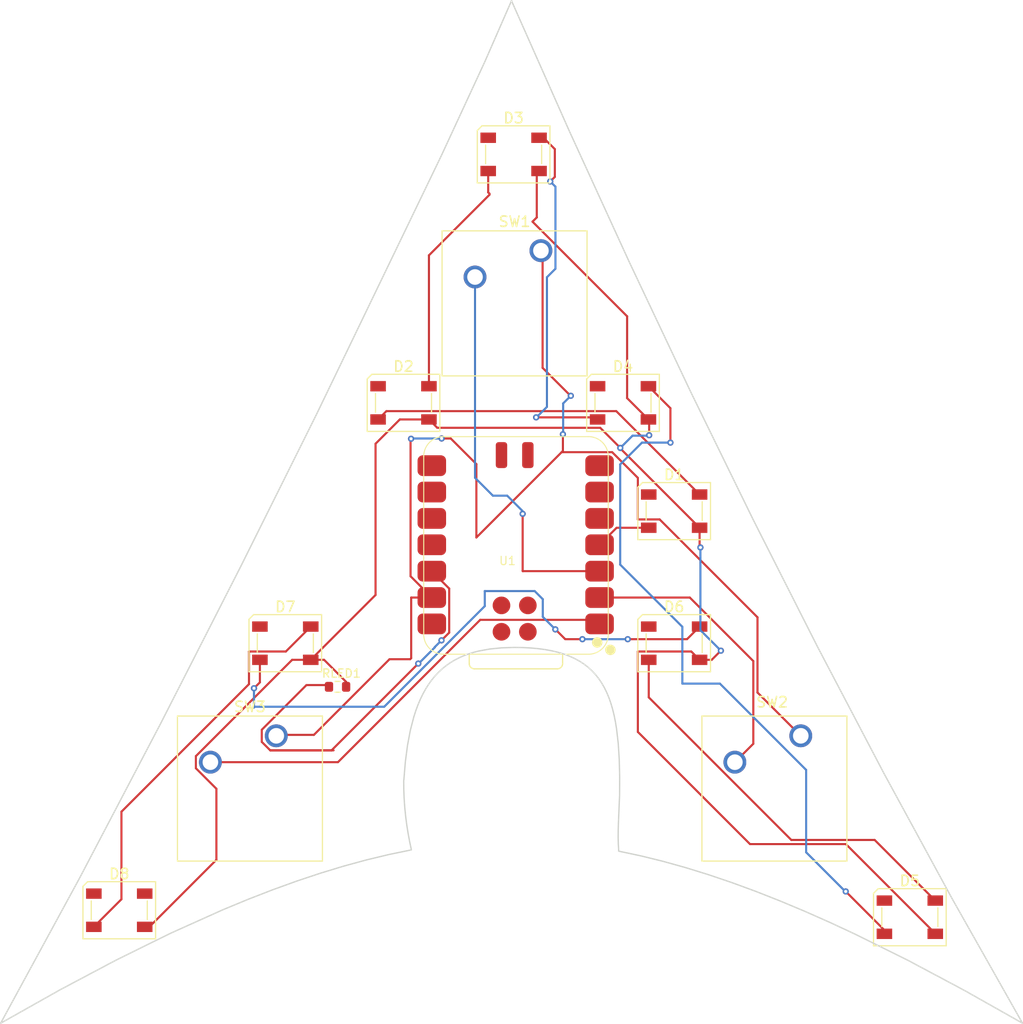
<source format=kicad_pcb>
(kicad_pcb (version 20241229) (generator "pcbnew") (generator_version "9.0")
  (title_block (title "btwArch") (date "2025-06-25") (company "Leon Huber") (comment 1 "PCB "))
  (layers (0 "F.Cu" signal) (2 "B.Cu" signal) (13 "F.Paste" user) (15 "B.Paste" user) (5 "F.SilkS" user "F.Silkscreen") (7 "B.SilkS" user "B.Silkscreen") (1 "F.Mask" user) (3 "B.Mask" user) (25 "Edge.Cuts" user))
  (net 0 "")
  (net 1 "Net-(D1-DOUT)")
  (net 2 "Net-(D1-VDD)")
  (net 4 "Net-(D1-DIN)")
  (net 6 "Net-(D2-DOUT)")
  (net 7 "Net-(D3-DOUT)")
  (net 10 "Net-(D4-DOUT)")
  (net 11 "Net-(D5-DOUT)")
  (net 14 "Net-(D6-DOUT)")
  (net 16 "Net-(D7-DOUT)")
  (net 17 "Net-(D8-DOUT)")
  (net 19 "Net-(DS1-D1)")
  (net 20 "GND")
  (net 21 "Net-(DS1-D0)")
  (net 22 "Net-(DS1-~{RES})")
  (net 23 "Net-(U1-GPIO28_A2_D2)")
  (net 24 "Net-(U1-GPIO27_A1_D1)")
  (net 25 "Net-(U1-GPIO26_A0_D0)")
  (net 26 "+5V")
  (net 37 "Net-(DS1-VCC)")
  (footprint "LED_SMD:LED_SK6812_PLCC4_5.0x5.0mm_P3.2mm" (layer "F.Cu") (at 105.08 132.76)
    (property "Reference" "D8" (at 0 -3.5 0) (layer "F.SilkS"))
    (property "Value" "SK6812")
    (fp_line (start -3.5 -2.3) (end -3.5 2.75) (stroke (width 0.12)) (layer "F.SilkS"))
    (fp_line (start -3.05 -2.75) (end -3.5 -2.3) (stroke (width 0.12)) (layer "F.SilkS"))
    (fp_line (start -2.7 -0.9) (end -2.7 0.9) (stroke (width 0.12)) (layer "F.SilkS"))
    (fp_line (start 2.7 -0.9) (end 2.7 0.9) (stroke (width 0.12)) (layer "F.SilkS"))
    (fp_line (start 3.5 -2.75) (end -3.05 -2.75) (stroke (width 0.12)) (layer "F.SilkS"))
    (fp_line (start 3.5 2.75) (end -3.5 2.75) (stroke (width 0.12)) (layer "F.SilkS"))
    (fp_line (start 3.5 2.75) (end 3.5 -2.75) (stroke (width 0.12)) (layer "F.SilkS"))
    (pad "1" smd rect (at -2.45 -1.6 180) (size 1.5 1) (layers "F.Cu" "F.Mask" "F.Paste"))
    (pad "2" smd rect (at -2.45 1.6 180) (size 1.5 1) (layers "F.Cu" "F.Mask" "F.Paste") (net 16 "Net-(D7-DOUT)"))
    (pad "3" smd rect (at 2.45 1.6 180) (size 1.5 1) (layers "F.Cu" "F.Mask" "F.Paste") (net 2 "Net-(D1-VDD)"))
    (pad "4" smd rect (at 2.45 -1.6 180) (size 1.5 1) (layers "F.Cu" "F.Mask" "F.Paste") (net 17 "Net-(D8-DOUT)"))
  )
  (footprint "Button_Switch_Keyboard:SW_Cherry_MX_1.00u_PCB" (layer "F.Cu") (at 170.75 115.96)
    (property "Reference" "SW2" (at -2.76 -3.24 0) (layer "F.SilkS"))
    (property "Value" "SW_Push")
    (fp_line (start -9.525 -1.905) (end 4.445 -1.905) (stroke (width 0.12)) (layer "F.SilkS"))
    (fp_line (start -9.525 12.065) (end -9.525 -1.905) (stroke (width 0.12)) (layer "F.SilkS"))
    (fp_line (start 4.445 -1.905) (end 4.445 12.065) (stroke (width 0.12)) (layer "F.SilkS"))
    (fp_line (start 4.445 12.065) (end -9.525 12.065) (stroke (width 0.12)) (layer "F.SilkS"))
    (pad "" np_thru_hole circle (at -7.62 5.08) (size 1.7 1.7) (drill 1.7) (layers "*.Cu" "*.Mask"))
    (pad "" np_thru_hole circle (at -2.54 5.08) (size 4 4) (drill 4) (layers "*.Cu" "*.Mask"))
    (pad "" np_thru_hole circle (at 2.54 5.08) (size 1.7 1.7) (drill 1.7) (layers "*.Cu" "*.Mask"))
    (pad "1" thru_hole circle (at 0 0) (size 2.2 2.2) (drill 1.5) (layers "*.Cu" "*.Mask") (net 20 "GND"))
    (pad "2" thru_hole circle (at -6.35 2.54) (size 2.2 2.2) (drill 1.5) (layers "*.Cu" "*.Mask") (net 24 "Net-(U1-GPIO27_A1_D1)"))
  )
  (footprint "LED_SMD:LED_SK6812_PLCC4_5.0x5.0mm_P3.2mm" (layer "F.Cu") (at 143.08 59.96)
    (property "Reference" "D3" (at 0 -3.5 0) (layer "F.SilkS"))
    (property "Value" "SK6812")
    (fp_line (start -3.5 -2.3) (end -3.5 2.75) (stroke (width 0.12)) (layer "F.SilkS"))
    (fp_line (start -3.05 -2.75) (end -3.5 -2.3) (stroke (width 0.12)) (layer "F.SilkS"))
    (fp_line (start -2.7 -0.9) (end -2.7 0.9) (stroke (width 0.12)) (layer "F.SilkS"))
    (fp_line (start 2.7 -0.9) (end 2.7 0.9) (stroke (width 0.12)) (layer "F.SilkS"))
    (fp_line (start 3.5 -2.75) (end -3.05 -2.75) (stroke (width 0.12)) (layer "F.SilkS"))
    (fp_line (start 3.5 2.75) (end -3.5 2.75) (stroke (width 0.12)) (layer "F.SilkS"))
    (fp_line (start 3.5 2.75) (end 3.5 -2.75) (stroke (width 0.12)) (layer "F.SilkS"))
    (pad "1" smd rect (at -2.45 -1.6 180) (size 1.5 1) (layers "F.Cu" "F.Mask" "F.Paste"))
    (pad "2" smd rect (at -2.45 1.6 180) (size 1.5 1) (layers "F.Cu" "F.Mask" "F.Paste") (net 6 "Net-(D2-DOUT)"))
    (pad "3" smd rect (at 2.45 1.6 180) (size 1.5 1) (layers "F.Cu" "F.Mask" "F.Paste") (net 2 "Net-(D1-VDD)"))
    (pad "4" smd rect (at 2.45 -1.6 180) (size 1.5 1) (layers "F.Cu" "F.Mask" "F.Paste") (net 7 "Net-(D3-DOUT)"))
  )
  (footprint "Resistor_SMD:R_0603_1608Metric" (layer "F.Cu") (at 126.115 111.24)
    (property "Reference" "RLED1" (at 0.365 -1.29 0) (layer "F.SilkS") (effects (font (size 0.8 0.8) (thickness 0.125))))
    (property "Value" "62")
    (fp_line (start -0.237258 -0.5225) (end 0.237258 -0.5225) (stroke (width 0.12)) (layer "F.SilkS"))
    (fp_line (start -0.237258 0.5225) (end 0.237258 0.5225) (stroke (width 0.12)) (layer "F.SilkS"))
    (pad "1" smd roundrect (at -0.825 0) (size 0.8 0.95) (layers "F.Cu" "F.Mask" "F.Paste") (net 37 "Net-(DS1-VCC)"))
    (pad "2" smd roundrect (at 0.825 0) (size 0.8 0.95) (layers "F.Cu" "F.Mask" "F.Paste") (net 2 "Net-(D1-VDD)"))
  )
  (footprint "LED_SMD:LED_SK6812_PLCC4_5.0x5.0mm_P3.2mm" (layer "F.Cu") (at 121.08 107.04)
    (property "Reference" "D7" (at 0 -3.5 0) (layer "F.SilkS"))
    (property "Value" "SK6812")
    (fp_line (start -3.5 -2.3) (end -3.5 2.75) (stroke (width 0.12)) (layer "F.SilkS"))
    (fp_line (start -3.05 -2.75) (end -3.5 -2.3) (stroke (width 0.12)) (layer "F.SilkS"))
    (fp_line (start -2.7 -0.9) (end -2.7 0.9) (stroke (width 0.12)) (layer "F.SilkS"))
    (fp_line (start 2.7 -0.9) (end 2.7 0.9) (stroke (width 0.12)) (layer "F.SilkS"))
    (fp_line (start 3.5 -2.75) (end -3.05 -2.75) (stroke (width 0.12)) (layer "F.SilkS"))
    (fp_line (start 3.5 2.75) (end -3.5 2.75) (stroke (width 0.12)) (layer "F.SilkS"))
    (fp_line (start 3.5 2.75) (end 3.5 -2.75) (stroke (width 0.12)) (layer "F.SilkS"))
    (pad "1" smd rect (at -2.45 -1.6 180) (size 1.5 1) (layers "F.Cu" "F.Mask" "F.Paste"))
    (pad "2" smd rect (at -2.45 1.6 180) (size 1.5 1) (layers "F.Cu" "F.Mask" "F.Paste") (net 14 "Net-(D6-DOUT)"))
    (pad "3" smd rect (at 2.45 1.6 180) (size 1.5 1) (layers "F.Cu" "F.Mask" "F.Paste") (net 2 "Net-(D1-VDD)"))
    (pad "4" smd rect (at 2.45 -1.6 180) (size 1.5 1) (layers "F.Cu" "F.Mask" "F.Paste") (net 16 "Net-(D7-DOUT)"))
  )
  (footprint "LED_SMD:LED_SK6812_PLCC4_5.0x5.0mm_P3.2mm" (layer "F.Cu") (at 153.62 83.89)
    (property "Reference" "D4" (at 0 -3.5 0) (layer "F.SilkS"))
    (property "Value" "SK6812")
    (fp_line (start -3.5 -2.3) (end -3.5 2.75) (stroke (width 0.12)) (layer "F.SilkS"))
    (fp_line (start -3.05 -2.75) (end -3.5 -2.3) (stroke (width 0.12)) (layer "F.SilkS"))
    (fp_line (start -2.7 -0.9) (end -2.7 0.9) (stroke (width 0.12)) (layer "F.SilkS"))
    (fp_line (start 2.7 -0.9) (end 2.7 0.9) (stroke (width 0.12)) (layer "F.SilkS"))
    (fp_line (start 3.5 -2.75) (end -3.05 -2.75) (stroke (width 0.12)) (layer "F.SilkS"))
    (fp_line (start 3.5 2.75) (end -3.5 2.75) (stroke (width 0.12)) (layer "F.SilkS"))
    (fp_line (start 3.5 2.75) (end 3.5 -2.75) (stroke (width 0.12)) (layer "F.SilkS"))
    (pad "1" smd rect (at -2.45 -1.6 180) (size 1.5 1) (layers "F.Cu" "F.Mask" "F.Paste"))
    (pad "2" smd rect (at -2.45 1.6 180) (size 1.5 1) (layers "F.Cu" "F.Mask" "F.Paste") (net 7 "Net-(D3-DOUT)"))
    (pad "3" smd rect (at 2.45 1.6 180) (size 1.5 1) (layers "F.Cu" "F.Mask" "F.Paste") (net 2 "Net-(D1-VDD)"))
    (pad "4" smd rect (at 2.45 -1.6 180) (size 1.5 1) (layers "F.Cu" "F.Mask" "F.Paste") (net 10 "Net-(D4-DOUT)"))
  )
  (footprint "LED_SMD:LED_SK6812_PLCC4_5.0x5.0mm_P3.2mm" (layer "F.Cu") (at 158.55 94.32)
    (property "Reference" "D1" (at 0 -3.5 0) (layer "F.SilkS"))
    (property "Value" "SK6812")
    (fp_line (start -3.5 -2.3) (end -3.5 2.75) (stroke (width 0.12)) (layer "F.SilkS"))
    (fp_line (start -3.05 -2.75) (end -3.5 -2.3) (stroke (width 0.12)) (layer "F.SilkS"))
    (fp_line (start -2.7 -0.9) (end -2.7 0.9) (stroke (width 0.12)) (layer "F.SilkS"))
    (fp_line (start 2.7 -0.9) (end 2.7 0.9) (stroke (width 0.12)) (layer "F.SilkS"))
    (fp_line (start 3.5 -2.75) (end -3.05 -2.75) (stroke (width 0.12)) (layer "F.SilkS"))
    (fp_line (start 3.5 2.75) (end -3.5 2.75) (stroke (width 0.12)) (layer "F.SilkS"))
    (fp_line (start 3.5 2.75) (end 3.5 -2.75) (stroke (width 0.12)) (layer "F.SilkS"))
    (pad "1" smd rect (at -2.45 -1.6 180) (size 1.5 1) (layers "F.Cu" "F.Mask" "F.Paste"))
    (pad "2" smd rect (at -2.45 1.6 180) (size 1.5 1) (layers "F.Cu" "F.Mask" "F.Paste") (net 4 "Net-(D1-DIN)"))
    (pad "3" smd rect (at 2.45 1.6 180) (size 1.5 1) (layers "F.Cu" "F.Mask" "F.Paste") (net 2 "Net-(D1-VDD)"))
    (pad "4" smd rect (at 2.45 -1.6 180) (size 1.5 1) (layers "F.Cu" "F.Mask" "F.Paste") (net 1 "Net-(D1-DOUT)"))
  )
  (footprint "Button_Switch_Keyboard:SW_Cherry_MX_1.00u_PCB" (layer "F.Cu") (at 120.21 115.96)
    (property "Reference" "SW3" (at -2.54 -2.794 0) (layer "F.SilkS"))
    (property "Value" "SW_Push")
    (fp_line (start -9.525 -1.905) (end 4.445 -1.905) (stroke (width 0.12)) (layer "F.SilkS"))
    (fp_line (start -9.525 12.065) (end -9.525 -1.905) (stroke (width 0.12)) (layer "F.SilkS"))
    (fp_line (start 4.445 -1.905) (end 4.445 12.065) (stroke (width 0.12)) (layer "F.SilkS"))
    (fp_line (start 4.445 12.065) (end -9.525 12.065) (stroke (width 0.12)) (layer "F.SilkS"))
    (pad "" np_thru_hole circle (at -7.62 5.08) (size 1.7 1.7) (drill 1.7) (layers "*.Cu" "*.Mask"))
    (pad "" np_thru_hole circle (at -2.54 5.08) (size 4 4) (drill 4) (layers "*.Cu" "*.Mask"))
    (pad "" np_thru_hole circle (at 2.54 5.08) (size 1.7 1.7) (drill 1.7) (layers "*.Cu" "*.Mask"))
    (pad "1" thru_hole circle (at 0 0) (size 2.2 2.2) (drill 1.5) (layers "*.Cu" "*.Mask") (net 20 "GND"))
    (pad "2" thru_hole circle (at -6.35 2.54) (size 2.2 2.2) (drill 1.5) (layers "*.Cu" "*.Mask") (net 25 "Net-(U1-GPIO26_A0_D0)"))
  )
  (footprint "Button_Switch_Keyboard:SW_Cherry_MX_1.00u_PCB" (layer "F.Cu") (at 145.71 69.23)
    (property "Reference" "SW1" (at -2.54 -2.794 0) (layer "F.SilkS"))
    (property "Value" "SW_Push")
    (fp_line (start -9.525 -1.905) (end 4.445 -1.905) (stroke (width 0.12)) (layer "F.SilkS"))
    (fp_line (start -9.525 12.065) (end -9.525 -1.905) (stroke (width 0.12)) (layer "F.SilkS"))
    (fp_line (start 4.445 -1.905) (end 4.445 12.065) (stroke (width 0.12)) (layer "F.SilkS"))
    (fp_line (start 4.445 12.065) (end -9.525 12.065) (stroke (width 0.12)) (layer "F.SilkS"))
    (pad "" np_thru_hole circle (at -7.62 5.08) (size 1.7 1.7) (drill 1.7) (layers "*.Cu" "*.Mask"))
    (pad "" np_thru_hole circle (at -2.54 5.08) (size 4 4) (drill 4) (layers "*.Cu" "*.Mask"))
    (pad "" np_thru_hole circle (at 2.54 5.08) (size 1.7 1.7) (drill 1.7) (layers "*.Cu" "*.Mask"))
    (pad "1" thru_hole circle (at 0 0) (size 2.2 2.2) (drill 1.5) (layers "*.Cu" "*.Mask") (net 20 "GND"))
    (pad "2" thru_hole circle (at -6.35 2.54) (size 2.2 2.2) (drill 1.5) (layers "*.Cu" "*.Mask") (net 23 "Net-(U1-GPIO28_A2_D2)"))
  )
  (footprint "OPL:XIAO-RP2040-SMD" (layer "F.Cu") (at 143.362 97.562 180)
    (property "Reference" "U1" (at 0.002 -1.078 0) (layer "F.SilkS") (effects (font (size 0.8 0.8) (thickness 0.10668)) (justify right top)))
    (property "Value" "XIAO-RP2040-SMD")
    (fp_line (start 8.945 8.513) (end 8.945 -8.632) (stroke (width 0.1)) (layer "F.SilkS"))
    (fp_line (start 7.04 -10.537) (end -6.93 -10.537) (stroke (width 0.1)) (layer "F.SilkS"))
    (fp_line (start 4.559 -11.447) (end 4.559 -10.537) (stroke (width 0.127)) (layer "F.SilkS"))
    (fp_line (start -3.936272 -11.947) (end 4.059 -11.947) (stroke (width 0.127)) (layer "F.SilkS"))
    (fp_line (start -4.44 -10.537) (end -4.436272 -11.447272) (stroke (width 0.127)) (layer "F.SilkS"))
    (fp_line (start -6.93 10.418) (end 7.04 10.418) (stroke (width 0.1)) (layer "F.SilkS"))
    (fp_line (start -8.835 8.513) (end -8.835 -8.632) (stroke (width 0.1)) (layer "F.SilkS"))
    (fp_arc (start 8.945 8.513) (mid 8.387038 9.860038) (end 7.04 10.418) (stroke (width 0.1)) (layer "F.SilkS"))
    (fp_arc (start 7.04 -10.537) (mid 8.387038 -9.979038) (end 8.945 -8.632) (stroke (width 0.1)) (layer "F.SilkS"))
    (fp_arc (start 4.059 -11.947) (mid 4.412553 -11.800553) (end 4.559 -11.447) (stroke (width 0.127)) (layer "F.SilkS"))
    (fp_arc (start -4.436272 -11.447272) (mid -4.289724 -11.800644) (end -3.936272 -11.947) (stroke (width 0.127)) (layer "F.SilkS"))
    (fp_arc (start -6.93 10.418) (mid -8.277038 9.860038) (end -8.835 8.513) (stroke (width 0.1)) (layer "F.SilkS"))
    (fp_arc (start -8.835 -8.636) (mid -8.277038 -9.983038) (end -6.93 -10.541) (stroke (width 0.1)) (layer "F.SilkS"))
    (fp_circle (center -7.771 -9.404) (end -7.771 -9.658) (stroke (width 0.5)) (fill yes) (layer "F.SilkS"))
    (fp_circle (center -9.045 -10.121) (end -9.045 -10.375) (stroke (width 0.5)) (fill yes) (layer "F.SilkS"))
    (pad "1" smd roundrect (at -8 -7.62 180) (size 2.75 2) (layers "F.Cu" "F.Mask" "F.Paste") (net 25 "Net-(U1-GPIO26_A0_D0)"))
    (pad "2" smd roundrect (at -8 -5.08 180) (size 2.75 2) (layers "F.Cu" "F.Mask" "F.Paste") (net 24 "Net-(U1-GPIO27_A1_D1)"))
    (pad "3" smd roundrect (at -8 -2.54 180) (size 2.75 2) (layers "F.Cu" "F.Mask" "F.Paste") (net 23 "Net-(U1-GPIO28_A2_D2)"))
    (pad "4" smd roundrect (at -8 0 180) (size 2.75 2) (layers "F.Cu" "F.Mask" "F.Paste") (net 4 "Net-(D1-DIN)"))
    (pad "5" smd roundrect (at -8 2.54 180) (size 2.75 2) (layers "F.Cu" "F.Mask" "F.Paste") (net 19 "Net-(DS1-D1)"))
    (pad "6" smd roundrect (at -8 5.08 180) (size 2.75 2) (layers "F.Cu" "F.Mask" "F.Paste") (net 21 "Net-(DS1-D0)"))
    (pad "7" smd roundrect (at -8 7.62 180) (size 2.75 2) (layers "F.Cu" "F.Mask" "F.Paste"))
    (pad "8" smd roundrect (at 8.165 7.62 180) (size 2.75 2) (layers "F.Cu" "F.Mask" "F.Paste") (net 22 "Net-(DS1-~{RES})"))
    (pad "9" smd roundrect (at 8.165 5.08 180) (size 2.75 2) (layers "F.Cu" "F.Mask" "F.Paste"))
    (pad "10" smd roundrect (at 8.165 2.54 180) (size 2.75 2) (layers "F.Cu" "F.Mask" "F.Paste"))
    (pad "11" smd roundrect (at 8.165 0 180) (size 2.75 2) (layers "F.Cu" "F.Mask" "F.Paste"))
    (pad "12" smd roundrect (at 8.165 -2.54 180) (size 2.75 2) (layers "F.Cu" "F.Mask" "F.Paste") (net 37 "Net-(DS1-VCC)"))
    (pad "13" smd roundrect (at 8.165 -5.08 180) (size 2.75 2) (layers "F.Cu" "F.Mask" "F.Paste") (net 20 "GND"))
    (pad "14" smd roundrect (at 8.165 -7.62 180) (size 2.75 2) (layers "F.Cu" "F.Mask" "F.Paste") (net 26 "+5V"))
    (pad "15" smd roundrect (at -1.088 8.64 90) (size 2.5 1.1) (layers "F.Cu" "F.Mask" "F.Paste"))
    (pad "16" smd roundrect (at 1.452 8.64 90) (size 2.5 1.1) (layers "F.Cu" "F.Mask" "F.Paste"))
    (pad "17" smd circle (at -1.088 -8.378 180) (size 1.7 1.7) (layers "F.Cu" "F.Mask" "F.Paste"))
    (pad "18" smd circle (at 1.452 -8.378 180) (size 1.7 1.7) (layers "F.Cu" "F.Mask" "F.Paste"))
    (pad "19" smd circle (at -1.088 -5.838 180) (size 1.7 1.7) (layers "F.Cu" "F.Mask" "F.Paste"))
    (pad "20" smd circle (at 1.452 -5.838 180) (size 1.7 1.7) (layers "F.Cu" "F.Mask" "F.Paste"))
  )
  (footprint "LED_SMD:LED_SK6812_PLCC4_5.0x5.0mm_P3.2mm" (layer "F.Cu") (at 181.26 133.43)
    (property "Reference" "D5" (at 0 -3.5 0) (layer "F.SilkS"))
    (property "Value" "SK6812")
    (fp_line (start -3.5 -2.3) (end -3.5 2.75) (stroke (width 0.12)) (layer "F.SilkS"))
    (fp_line (start -3.05 -2.75) (end -3.5 -2.3) (stroke (width 0.12)) (layer "F.SilkS"))
    (fp_line (start -2.7 -0.9) (end -2.7 0.9) (stroke (width 0.12)) (layer "F.SilkS"))
    (fp_line (start 2.7 -0.9) (end 2.7 0.9) (stroke (width 0.12)) (layer "F.SilkS"))
    (fp_line (start 3.5 -2.75) (end -3.05 -2.75) (stroke (width 0.12)) (layer "F.SilkS"))
    (fp_line (start 3.5 2.75) (end -3.5 2.75) (stroke (width 0.12)) (layer "F.SilkS"))
    (fp_line (start 3.5 2.75) (end 3.5 -2.75) (stroke (width 0.12)) (layer "F.SilkS"))
    (pad "1" smd rect (at -2.45 -1.6 180) (size 1.5 1) (layers "F.Cu" "F.Mask" "F.Paste"))
    (pad "2" smd rect (at -2.45 1.6 180) (size 1.5 1) (layers "F.Cu" "F.Mask" "F.Paste") (net 10 "Net-(D4-DOUT)"))
    (pad "3" smd rect (at 2.45 1.6 180) (size 1.5 1) (layers "F.Cu" "F.Mask" "F.Paste") (net 2 "Net-(D1-VDD)"))
    (pad "4" smd rect (at 2.45 -1.6 180) (size 1.5 1) (layers "F.Cu" "F.Mask" "F.Paste") (net 11 "Net-(D5-DOUT)"))
  )
  (footprint "LED_SMD:LED_SK6812_PLCC4_5.0x5.0mm_P3.2mm" (layer "F.Cu") (at 132.47 83.89)
    (property "Reference" "D2" (at 0 -3.5 0) (layer "F.SilkS"))
    (property "Value" "SK6812")
    (fp_line (start -3.5 -2.3) (end -3.5 2.75) (stroke (width 0.12)) (layer "F.SilkS"))
    (fp_line (start -3.05 -2.75) (end -3.5 -2.3) (stroke (width 0.12)) (layer "F.SilkS"))
    (fp_line (start -2.7 -0.9) (end -2.7 0.9) (stroke (width 0.12)) (layer "F.SilkS"))
    (fp_line (start 2.7 -0.9) (end 2.7 0.9) (stroke (width 0.12)) (layer "F.SilkS"))
    (fp_line (start 3.5 -2.75) (end -3.05 -2.75) (stroke (width 0.12)) (layer "F.SilkS"))
    (fp_line (start 3.5 2.75) (end -3.5 2.75) (stroke (width 0.12)) (layer "F.SilkS"))
    (fp_line (start 3.5 2.75) (end 3.5 -2.75) (stroke (width 0.12)) (layer "F.SilkS"))
    (pad "1" smd rect (at -2.45 -1.6 180) (size 1.5 1) (layers "F.Cu" "F.Mask" "F.Paste"))
    (pad "2" smd rect (at -2.45 1.6 180) (size 1.5 1) (layers "F.Cu" "F.Mask" "F.Paste") (net 1 "Net-(D1-DOUT)"))
    (pad "3" smd rect (at 2.45 1.6 180) (size 1.5 1) (layers "F.Cu" "F.Mask" "F.Paste") (net 2 "Net-(D1-VDD)"))
    (pad "4" smd rect (at 2.45 -1.6 180) (size 1.5 1) (layers "F.Cu" "F.Mask" "F.Paste") (net 6 "Net-(D2-DOUT)"))
  )
  (footprint "LED_SMD:LED_SK6812_PLCC4_5.0x5.0mm_P3.2mm" (layer "F.Cu") (at 158.55 107.04)
    (property "Reference" "D6" (at 0 -3.5 0) (layer "F.SilkS"))
    (property "Value" "SK6812")
    (fp_line (start -3.5 -2.3) (end -3.5 2.75) (stroke (width 0.12)) (layer "F.SilkS"))
    (fp_line (start -3.05 -2.75) (end -3.5 -2.3) (stroke (width 0.12)) (layer "F.SilkS"))
    (fp_line (start -2.7 -0.9) (end -2.7 0.9) (stroke (width 0.12)) (layer "F.SilkS"))
    (fp_line (start 2.7 -0.9) (end 2.7 0.9) (stroke (width 0.12)) (layer "F.SilkS"))
    (fp_line (start 3.5 -2.75) (end -3.05 -2.75) (stroke (width 0.12)) (layer "F.SilkS"))
    (fp_line (start 3.5 2.75) (end -3.5 2.75) (stroke (width 0.12)) (layer "F.SilkS"))
    (fp_line (start 3.5 2.75) (end 3.5 -2.75) (stroke (width 0.12)) (layer "F.SilkS"))
    (pad "1" smd rect (at -2.45 -1.6 180) (size 1.5 1) (layers "F.Cu" "F.Mask" "F.Paste"))
    (pad "2" smd rect (at -2.45 1.6 180) (size 1.5 1) (layers "F.Cu" "F.Mask" "F.Paste") (net 11 "Net-(D5-DOUT)"))
    (pad "3" smd rect (at 2.45 1.6 180) (size 1.5 1) (layers "F.Cu" "F.Mask" "F.Paste") (net 2 "Net-(D1-VDD)"))
    (pad "4" smd rect (at 2.45 -1.6 180) (size 1.5 1) (layers "F.Cu" "F.Mask" "F.Paste") (net 14 "Net-(D6-DOUT)"))
  )
  (gr_poly (pts (xy 148.467281 57.75794) (xy 154.205013 70.285249) (xy 160.093607 82.733313) (xy 166.142054 95.097927) (xy 172.359342 107.374886) (xy 178.754459 119.559984) (xy 185.336395 131.649018) (xy 192.114139 143.63778) (xy 186.479883 140.460815) (xy 181.109241 137.601928) (xy 175.98053 135.060074) (xy 173.500125 133.907709) (xy 171.072072 132.834211) (xy 168.693662 131.839451) (xy 166.362184 130.923296) (xy 164.074929 130.085618) (xy 161.829186 129.326285) (xy 159.622244 128.645168) (xy 157.451396 128.042136) (xy 155.313928 127.517058) (xy 153.207133 127.069805) (xy 153.167874 126.404722) (xy 153.15312 125.739322) (xy 153.15773 125.072163) (xy 153.176564 124.401806) (xy 153.291341 121.65958) (xy 153.298083 119.871804) (xy 153.256483 118.212287) (xy 153.158639 116.679246) (xy 152.996649 115.270898) (xy 152.88913 114.612927) (xy 152.762612 113.985462) (xy 152.616107 113.388278) (xy 152.448627 112.821153) (xy 152.259185 112.283866) (xy 152.046793 111.776191) (xy 151.810463 111.297908) (xy 151.549207 110.848793) (xy 151.262038 110.428623) (xy 150.947968 110.037176) (xy 150.60601 109.674228) (xy 150.235176 109.339558) (xy 149.834478 109.032941) (xy 149.402928 108.754155) (xy 148.939539 108.502978) (xy 148.443324 108.279187) (xy 147.913293 108.082559) (xy 147.34846 107.91287) (xy 146.747838 107.769899) (xy 146.110438 107.653422) (xy 145.435272 107.563217) (xy 144.721354 107.49906) (xy 143.967695 107.46073) (xy 143.173307 107.448002) (xy 141.938603 107.484822) (xy 140.785597 107.598746) (xy 139.713007 107.794969) (xy 139.206467 107.925565) (xy 138.719551 108.078685) (xy 138.252097 108.254977) (xy 137.803946 108.455091) (xy 137.374938 108.679676) (xy 136.964911 108.929381) (xy 136.573706 109.204857) (xy 136.201163 109.506751) (xy 135.847122 109.835714) (xy 135.511421 110.192396) (xy 135.193901 110.577445) (xy 134.894402 110.991511) (xy 134.612763 111.435243) (xy 134.348824 111.909291) (xy 134.102425 112.414304) (xy 133.873405 112.950931) (xy 133.661605 113.519823) (xy 133.466863 114.121628) (xy 133.127916 115.426575) (xy 132.855281 116.870968) (xy 132.647677 118.460002) (xy 132.503822 120.198873) (xy 132.487616 120.259421) (xy 132.495447 121.140828) (xy 132.530207 122.010196) (xy 132.590567 122.867029) (xy 132.675197 123.710834) (xy 132.782769 124.541118) (xy 132.911953 125.357388) (xy 133.061419 126.159148) (xy 133.229839 126.945906) (xy 131.098696 127.384758) (xy 128.932265 127.904022) (xy 126.728323 128.503743) (xy 124.484643 129.183962) (xy 122.199002 129.944722) (xy 119.869176 130.786067) (xy 117.492941 131.708039) (xy 115.068072 132.71068) (xy 110.063535 134.958143) (xy 104.837771 137.528796) (xy 99.372986 140.422981) (xy 93.651385 143.64104) (xy 101.28629 129.604304) (xy 109.100964 114.7086) (xy 116.793868 99.63005) (xy 124.06346 85.044775) (xy 136.126549 60.05853) (xy 140.316964 51.009802) (xy 142.875403 45.164551)) (stroke (width 0.129645)) (fill no) (layer "Edge.Cuts"))
  (gr_poly (pts (xy 142.877906 45.158831) (xy 142.875403 45.164551) (xy 142.871424 45.15559)) (stroke (width 0.129645)) (fill no) (layer "Edge.Cuts"))
  (segment (start 152.969 84.689) (end 130.821 84.689) (width 0.2) (layer "F.Cu") (net 1))
  (segment (start 161 92.72) (end 152.969 84.689) (width 0.2) (layer "F.Cu") (net 1))
  (segment (start 130.821 84.689) (end 130.02 85.49) (width 0.2) (layer "F.Cu") (net 1))
  (segment (start 145.31 61.78) (end 145.53 61.56) (width 0.2) (layer "F.Cu") (net 2))
  (segment (start 183.44 134.73) (end 175.101 126.391) (width 0.2) (layer "F.Cu") (net 2))
  (segment (start 124.815 108.64) (end 123.53 108.64) (width 0.2) (layer "F.Cu") (net 2))
  (segment (start 132.113 85.49) (end 134.92 85.49) (width 0.2) (layer "F.Cu") (net 2))
  (segment (start 175.101 126.391) (end 165.85947 126.391) (width 0.2) (layer "F.Cu") (net 2))
  (segment (start 114.440314 121.061628) (end 112.459 119.080314) (width 0.2) (layer "F.Cu") (net 2))
  (segment (start 154.016718 75.555404) (end 144.900657 66.439343) (width 0.2) (layer "F.Cu") (net 2))
  (segment (start 161 97.74) (end 161.08 97.82) (width 0.2) (layer "F.Cu") (net 2))
  (segment (start 183.71 135.03) (end 183.44 134.76) (width 0.2) (layer "F.Cu") (net 2))
  (segment (start 183.44 134.76) (end 183.44 134.73) (width 0.2) (layer "F.Cu") (net 2))
  (segment (start 112.459 117.919686) (end 121.738686 108.64) (width 0.2) (layer "F.Cu") (net 2))
  (segment (start 154.016718 83.436718) (end 154.016718 75.555404) (width 0.2) (layer "F.Cu") (net 2))
  (segment (start 160.199 107.839) (end 161 108.64) (width 0.2) (layer "F.Cu") (net 2))
  (segment (start 163.05 107.76) (end 162.17 108.64) (width 0.2) (layer "F.Cu") (net 2))
  (segment (start 161 95.92) (end 153.34 88.26) (width 0.2) (layer "F.Cu") (net 2))
  (segment (start 145.310657 66.029343) (end 145.31 66.028686) (width 0.2) (layer "F.Cu") (net 2))
  (segment (start 155.049 115.58053) (end 155.049 107.839) (width 0.2) (layer "F.Cu") (net 2))
  (segment (start 156.07 85.49) (end 154.016718 83.436718) (width 0.2) (layer "F.Cu") (net 2))
  (segment (start 162.17 108.64) (end 161 108.64) (width 0.2) (layer "F.Cu") (net 2))
  (segment (start 129.774 102.396) (end 129.774 87.829) (width 0.2) (layer "F.Cu") (net 2))
  (segment (start 155.049 107.839) (end 160.199 107.839) (width 0.2) (layer "F.Cu") (net 2))
  (segment (start 156.139265 87.010735) (end 156.139265 85.559265) (width 0.2) (layer "F.Cu") (net 2))
  (segment (start 107.78 134.56) (end 114.440314 127.899686) (width 0.2) (layer "F.Cu") (net 2))
  (segment (start 145.31 66.028686) (end 145.31 61.78) (width 0.2) (layer "F.Cu") (net 2))
  (segment (start 123.53 108.64) (end 129.774 102.396) (width 0.2) (layer "F.Cu") (net 2))
  (segment (start 161 95.92) (end 161 97.74) (width 0.2) (layer "F.Cu") (net 2))
  (segment (start 114.440314 127.899686) (end 114.440314 121.061628) (width 0.2) (layer "F.Cu") (net 2))
  (segment (start 144.900657 66.439343) (end 145.310657 66.029343) (width 0.2) (layer "F.Cu") (net 2))
  (segment (start 126.94 110.765) (end 126.94 111.24) (width 0.2) (layer "F.Cu") (net 2))
  (segment (start 107.58 134.36) (end 107.78 134.56) (width 0.2) (layer "F.Cu") (net 2))
  (segment (start 153.34 88.26) (end 153.36 88.24) (width 0.2) (layer "F.Cu") (net 2))
  (segment (start 124.815 108.64) (end 126.94 110.765) (width 0.2) (layer "F.Cu") (net 2))
  (segment (start 151.421 86.291) (end 153.36 88.23) (width 0.2) (layer "F.Cu") (net 2))
  (segment (start 107.53 134.36) (end 107.58 134.36) (width 0.2) (layer "F.Cu") (net 2))
  (segment (start 135.721 86.291) (end 151.421 86.291) (width 0.2) (layer "F.Cu") (net 2))
  (segment (start 156.139265 85.559265) (end 156.07 85.49) (width 0.2) (layer "F.Cu") (net 2))
  (segment (start 129.774 87.829) (end 132.113 85.49) (width 0.2) (layer "F.Cu") (net 2))
  (segment (start 134.92 85.49) (end 135.721 86.291) (width 0.2) (layer "F.Cu") (net 2))
  (segment (start 153.36 88.24) (end 153.36 88.23) (width 0.2) (layer "F.Cu") (net 2))
  (segment (start 121.738686 108.64) (end 123.53 108.64) (width 0.2) (layer "F.Cu") (net 2))
  (segment (start 165.85947 126.391) (end 155.049 115.58053) (width 0.2) (layer "F.Cu") (net 2))
  (segment (start 112.459 119.080314) (end 112.459 117.919686) (width 0.2) (layer "F.Cu") (net 2))
  (via (at 153.36 88.23) (size 0.6) (drill 0.3) (layers "F.Cu" "B.Cu") (net 2))
  (via (at 156.139265 87.010735) (size 0.6) (drill 0.3) (layers "F.Cu" "B.Cu") (net 2))
  (via (at 161.08 97.82) (size 0.6) (drill 0.3) (layers "F.Cu" "B.Cu") (net 2))
  (via (at 163.05 107.76) (size 0.6) (drill 0.3) (layers "F.Cu" "B.Cu") (net 2))
  (segment (start 153.36 88.23) (end 154.54 87.05) (width 0.2) (layer "B.Cu") (net 2))
  (segment (start 161.08 105.79) (end 163.05 107.76) (width 0.2) (layer "B.Cu") (net 2))
  (segment (start 156.1 87.05) (end 156.139265 87.010735) (width 0.2) (layer "B.Cu") (net 2))
  (segment (start 163.05 107.76) (end 163.03 107.78) (width 0.2) (layer "B.Cu") (net 2))
  (segment (start 156.07 87.05) (end 156.1 87.05) (width 0.2) (layer "B.Cu") (net 2))
  (segment (start 161.08 97.82) (end 161.08 105.79) (width 0.2) (layer "B.Cu") (net 2))
  (segment (start 154.54 87.05) (end 156.07 87.05) (width 0.2) (layer "B.Cu") (net 2))
  (segment (start 153.004 95.92) (end 151.362 97.562) (width 0.2) (layer "F.Cu") (net 4))
  (segment (start 156.1 95.92) (end 153.004 95.92) (width 0.2) (layer "F.Cu") (net 4))
  (segment (start 134.92 82.29) (end 134.92 69.680487) (width 0.2) (layer "F.Cu") (net 6))
  (segment (start 140.76 63.840487) (end 140.76 63.75) (width 0.2) (layer "F.Cu") (net 6))
  (segment (start 134.92 69.680487) (end 140.76 63.840487) (width 0.2) (layer "F.Cu") (net 6))
  (segment (start 140.76 63.75) (end 140.63 63.62) (width 0.2) (layer "F.Cu") (net 6))
  (segment (start 140.63 63.62) (end 140.63 61.56) (width 0.2) (layer "F.Cu") (net 6))
  (segment (start 151.17 85.49) (end 151.17 85.12) (width 0.2) (layer "F.Cu") (net 7))
  (segment (start 151.17 85.12) (end 151 85.29) (width 0.2) (layer "F.Cu") (net 7))
  (segment (start 151 85.29) (end 145.25 85.29) (width 0.2) (layer "F.Cu") (net 7))
  (segment (start 145.25 85.29) (end 145.25 85.289) (width 0.2) (layer "F.Cu") (net 7))
  (segment (start 147.05 62.13) (end 147.05 59.45) (width 0.2) (layer "F.Cu") (net 7))
  (segment (start 145.96 58.36) (end 145.53 58.36) (width 0.2) (layer "F.Cu") (net 7))
  (segment (start 146.61 62.57) (end 146.6 62.56) (width 0.2) (layer "F.Cu") (net 7))
  (segment (start 146.6 62.56) (end 146.6 62.55) (width 0.2) (layer "F.Cu") (net 7))
  (segment (start 147.05 59.45) (end 145.96 58.36) (width 0.2) (layer "F.Cu") (net 7))
  (segment (start 146.61 62.57) (end 147.05 62.13) (width 0.2) (layer "F.Cu") (net 7))
  (via (at 146.61 62.57) (size 0.6) (drill 0.3) (layers "F.Cu" "B.Cu") (net 7))
  (via (at 145.25 85.289) (size 0.6) (drill 0.3) (layers "F.Cu" "B.Cu") (net 7))
  (segment (start 145.26 85.31) (end 146.290314 84.279686) (width 0.2) (layer "B.Cu") (net 7))
  (segment (start 146.290314 71.791628) (end 147.111 70.970942) (width 0.2) (layer "B.Cu") (net 7))
  (segment (start 145.25 85.289) (end 145.25 85.3) (width 0.2) (layer "B.Cu") (net 7))
  (segment (start 147.111 70.970942) (end 147.111 63.071) (width 0.2) (layer "B.Cu") (net 7))
  (segment (start 145.25 85.3) (end 145.26 85.31) (width 0.2) (layer "B.Cu") (net 7))
  (segment (start 147.111 63.071) (end 146.61 62.57) (width 0.2) (layer "B.Cu") (net 7))
  (segment (start 146.290314 84.279686) (end 146.290314 71.791628) (width 0.2) (layer "B.Cu") (net 7))
  (segment (start 158.19 87.72) (end 158.19 84.41) (width 0.2) (layer "F.Cu") (net 10))
  (segment (start 178.81 134.68) (end 175.08 130.95) (width 0.2) (layer "F.Cu") (net 10))
  (segment (start 178.81 135.03) (end 178.81 134.68) (width 0.2) (layer "F.Cu") (net 10))
  (segment (start 158.19 84.41) (end 156.07 82.29) (width 0.2) (layer "F.Cu") (net 10))
  (via (at 158.19 87.72) (size 0.6) (drill 0.3) (layers "F.Cu" "B.Cu") (net 10))
  (via (at 175.08 130.95) (size 0.6) (drill 0.3) (layers "F.Cu" "B.Cu") (net 10))
  (segment (start 153.35 89.82) (end 155.45 87.72) (width 0.2) (layer "B.Cu") (net 10))
  (segment (start 153.35 99.47) (end 153.35 89.82) (width 0.2) (layer "B.Cu") (net 10))
  (segment (start 171.27 119.25) (end 162.95 110.93) (width 0.2) (layer "B.Cu") (net 10))
  (segment (start 159.34 110.93) (end 159.34 105.46) (width 0.2) (layer "B.Cu") (net 10))
  (segment (start 162.95 110.93) (end 159.34 110.93) (width 0.2) (layer "B.Cu") (net 10))
  (segment (start 159.34 105.46) (end 153.35 99.47) (width 0.2) (layer "B.Cu") (net 10))
  (segment (start 155.45 87.72) (end 158.19 87.72) (width 0.2) (layer "B.Cu") (net 10))
  (segment (start 175.06 130.97) (end 171.27 127.18) (width 0.2) (layer "B.Cu") (net 10))
  (segment (start 171.27 127.18) (end 171.27 119.25) (width 0.2) (layer "B.Cu") (net 10))
  (segment (start 175.08 130.95) (end 175.06 130.97) (width 0.2) (layer "B.Cu") (net 10))
  (segment (start 177.87 125.99) (end 169.835184 125.99) (width 0.2) (layer "F.Cu") (net 11))
  (segment (start 183.71 131.83) (end 177.87 125.99) (width 0.2) (layer "F.Cu") (net 11))
  (segment (start 169.835184 125.99) (end 156.1 112.254816) (width 0.2) (layer "F.Cu") (net 11))
  (segment (start 156.1 112.254816) (end 156.1 108.64) (width 0.2) (layer "F.Cu") (net 11))
  (segment (start 118.63 110.81) (end 118.63 108.64) (width 0.2) (layer "F.Cu") (net 14))
  (segment (start 147.11 105.71) (end 147.1 105.71) (width 0.2) (layer "F.Cu") (net 14))
  (segment (start 118.06 111.38) (end 118.63 110.81) (width 0.2) (layer "F.Cu") (net 14))
  (segment (start 148.0546 106.6546) (end 147.11 105.71) (width 0.2) (layer "F.Cu") (net 14))
  (segment (start 161 105.44) (end 159.7854 106.6546) (width 0.2) (layer "F.Cu") (net 14))
  (segment (start 159.7854 106.6546) (end 154.0764 106.6546) (width 0.2) (layer "F.Cu") (net 14))
  (segment (start 149.7076 106.6546) (end 148.0546 106.6546) (width 0.2) (layer "F.Cu") (net 14))
  (via (at 147.1 105.71) (size 0.6) (drill 0.3) (layers "F.Cu" "B.Cu") (net 14))
  (via (at 149.7076 106.6546) (size 0.6) (drill 0.3) (layers "F.Cu" "B.Cu") (net 14))
  (via (at 118.06 111.38) (size 0.6) (drill 0.3) (layers "F.Cu" "B.Cu") (net 14))
  (via (at 154.0764 106.6546) (size 0.6) (drill 0.3) (layers "F.Cu" "B.Cu") (net 14))
  (segment (start 140.3 103.47) (end 138.73 105.04) (width 0.2) (layer "B.Cu") (net 14))
  (segment (start 118.13 113.16) (end 118.06 113.23) (width 0.2) (layer "B.Cu") (net 14))
  (segment (start 138.73 105.04) (end 130.61 113.16) (width 0.2) (layer "B.Cu") (net 14))
  (segment (start 154.0764 106.6546) (end 149.7076 106.6546) (width 0.2) (layer "B.Cu") (net 14))
  (segment (start 118.06 113.23) (end 118.06 111.38) (width 0.2) (layer "B.Cu") (net 14))
  (segment (start 140.3 102.02) (end 140.3 103.47) (width 0.2) (layer "B.Cu") (net 14))
  (segment (start 130.48 113.16) (end 118.13 113.16) (width 0.2) (layer "B.Cu") (net 14))
  (segment (start 145.89 102.8) (end 145.11 102.02) (width 0.2) (layer "B.Cu") (net 14))
  (segment (start 145.11 102.02) (end 140.3 102.02) (width 0.2) (layer "B.Cu") (net 14))
  (segment (start 130.61 113.16) (end 130.48 113.16) (width 0.2) (layer "B.Cu") (net 14))
  (segment (start 147.1 105.71) (end 145.89 104.5) (width 0.2) (layer "B.Cu") (net 14))
  (segment (start 145.89 104.5) (end 145.89 102.8) (width 0.2) (layer "B.Cu") (net 14))
  (segment (start 121.131 107.839) (end 123.53 105.44) (width 0.2) (layer "F.Cu") (net 16))
  (segment (start 102.63 134.36) (end 105.29 131.7) (width 0.2) (layer "F.Cu") (net 16))
  (segment (start 117.579 110.98) (end 117.579 107.839) (width 0.2) (layer "F.Cu") (net 16))
  (segment (start 105.29 131.7) (end 105.29 123.269) (width 0.2) (layer "F.Cu") (net 16))
  (segment (start 117.579 107.839) (end 121.131 107.839) (width 0.2) (layer "F.Cu") (net 16))
  (segment (start 105.29 123.269) (end 117.579 110.98) (width 0.2) (layer "F.Cu") (net 16))
  (segment (start 166.58 104.548) (end 157.151 95.119) (width 0.2) (layer "F.Cu") (net 20))
  (segment (start 133.1468 87.376) (end 133.1468 100.5918) (width 0.2) (layer "F.Cu") (net 20))
  (segment (start 133.21 102.642) (end 135.197 102.642) (width 0.2) (layer "F.Cu") (net 20))
  (segment (start 120.21 115.93) (end 120.15 115.87) (width 0.2) (layer "F.Cu") (net 20))
  (segment (start 135.197 102.642) (end 135.482 102.642) (width 0.2) (layer "F.Cu") (net 20))
  (segment (start 131.12 108.585) (end 133.105 108.585) (width 0.2) (layer "F.Cu") (net 20))
  (segment (start 133.1722 87.376) (end 133.1976 87.3506) (width 0.2) (layer "F.Cu") (net 20))
  (segment (start 137.0223 87.3252) (end 139.491 89.7939) (width 0.2) (layer "F.Cu") (net 20))
  (segment (start 133.21 108.48) (end 133.21 102.642) (width 0.2) (layer "F.Cu") (net 20))
  (segment (start 123.835 115.87) (end 131.12 108.585) (width 0.2) (layer "F.Cu") (net 20))
  (segment (start 157.151 95.119) (end 155.049 95.119) (width 0.2) (layer "F.Cu") (net 20))
  (segment (start 148.5392 83.185) (end 148.5646 83.185) (width 0.2) (layer "F.Cu") (net 20))
  (segment (start 133.105 108.585) (end 133.21 108.48) (width 0.2) (layer "F.Cu") (net 20))
  (segment (start 148.5646 83.185) (end 148.59 83.2104) (width 0.2) (layer "F.Cu") (net 20))
  (segment (start 139.491 96.859) (end 147.709 88.641) (width 0.2) (layer "F.Cu") (net 20))
  (segment (start 170.75 115.96) (end 166.58 111.79) (width 0.2) (layer "F.Cu") (net 20))
  (segment (start 139.491 89.7939) (end 139.491 96.859) (width 0.2) (layer "F.Cu") (net 20))
  (segment (start 136.144 87.3252) (end 137.0223 87.3252) (width 0.2) (layer "F.Cu") (net 20))
  (segment (start 145.8722 80.518) (end 148.5392 83.185) (width 0.2) (layer "F.Cu") (net 20))
  (segment (start 147.828 86.9188) (end 147.828 88.522) (width 0.2) (layer "F.Cu") (net 20))
  (segment (start 147.828 88.522) (end 147.709 88.641) (width 0.2) (layer "F.Cu") (net 20))
  (segment (start 145.8722 68.9864) (end 145.8722 80.518) (width 0.2) (layer "F.Cu") (net 20))
  (segment (start 120.21 115.96) (end 120.21 115.93) (width 0.2) (layer "F.Cu") (net 20))
  (segment (start 152.576058 88.641) (end 147.709 88.641) (width 0.2) (layer "F.Cu") (net 20))
  (segment (start 135.482 102.642) (end 135.49 102.65) (width 0.2) (layer "F.Cu") (net 20))
  (segment (start 155.049 95.119) (end 155.049 91.113942) (width 0.2) (layer "F.Cu") (net 20))
  (segment (start 155.049 91.113942) (end 152.576058 88.641) (width 0.2) (layer "F.Cu") (net 20))
  (segment (start 145.71 69.23) (end 145.71 69.1486) (width 0.2) (layer "F.Cu") (net 20))
  (segment (start 120.15 115.87) (end 123.835 115.87) (width 0.2) (layer "F.Cu") (net 20))
  (segment (start 133.1468 87.376) (end 133.1722 87.376) (width 0.2) (layer "F.Cu") (net 20))
  (segment (start 145.71 69.1486) (end 145.8722 68.9864) (width 0.2) (layer "F.Cu") (net 20))
  (segment (start 133.1468 100.5918) (end 135.197 102.642) (width 0.2) (layer "F.Cu") (net 20))
  (segment (start 166.58 111.79) (end 166.58 104.548) (width 0.2) (layer "F.Cu") (net 20))
  (via (at 147.828 86.9188) (size 0.6) (drill 0.3) (layers "F.Cu" "B.Cu") (net 20))
  (via (at 136.144 87.3252) (size 0.6) (drill 0.3) (layers "F.Cu" "B.Cu") (net 20))
  (via (at 148.59 83.2104) (size 0.6) (drill 0.3) (layers "F.Cu" "B.Cu") (net 20))
  (via (at 133.1976 87.3506) (size 0.6) (drill 0.3) (layers "F.Cu" "B.Cu") (net 20))
  (segment (start 147.8534 86.8934) (end 147.828 86.9188) (width 0.2) (layer "B.Cu") (net 20))
  (segment (start 136.144 87.3252) (end 136.2456 87.3252) (width 0.2) (layer "B.Cu") (net 20))
  (segment (start 147.8534 86.868) (end 147.8534 86.8934) (width 0.2) (layer "B.Cu") (net 20))
  (segment (start 133.223 87.3252) (end 136.144 87.3252) (width 0.2) (layer "B.Cu") (net 20))
  (segment (start 147.8534 83.947) (end 147.8534 86.868) (width 0.2) (layer "B.Cu") (net 20))
  (segment (start 133.1976 87.3506) (end 133.223 87.3252) (width 0.2) (layer "B.Cu") (net 20))
  (segment (start 148.59 83.2104) (end 147.8534 83.947) (width 0.2) (layer "B.Cu") (net 20))
  (segment (start 143.95 94.58) (end 143.95 100.08) (width 0.2) (layer "F.Cu") (net 23))
  (segment (start 143.98 100.11) (end 143.988 100.102) (width 0.2) (layer "F.Cu") (net 23))
  (segment (start 143.95 100.08) (end 143.98 100.11) (width 0.2) (layer "F.Cu") (net 23))
  (segment (start 143.988 100.102) (end 151.362 100.102) (width 0.2) (layer "F.Cu") (net 23))
  (via (at 143.95 94.58) (size 0.6) (drill 0.3) (layers "F.Cu" "B.Cu") (net 23))
  (segment (start 139.36 91.11) (end 141.08 92.83) (width 0.2) (layer "B.Cu") (net 23))
  (segment (start 143.91 94.46) (end 143.95 94.5) (width 0.2) (layer "B.Cu") (net 23))
  (segment (start 143.91 94.28) (end 143.91 94.46) (width 0.2) (layer "B.Cu") (net 23))
  (segment (start 141.08 92.83) (end 142.46 92.83) (width 0.2) (layer "B.Cu") (net 23))
  (segment (start 142.46 92.83) (end 143.91 94.28) (width 0.2) (layer "B.Cu") (net 23))
  (segment (start 143.95 94.5) (end 143.95 94.58) (width 0.2) (layer "B.Cu") (net 23))
  (segment (start 139.36 71.77) (end 139.36 91.11) (width 0.2) (layer "B.Cu") (net 23))
  (segment (start 151.362 102.642) (end 160.054 102.642) (width 0.2) (layer "F.Cu") (net 24))
  (segment (start 160.054 102.642) (end 166.179 108.767) (width 0.2) (layer "F.Cu") (net 24))
  (segment (start 166.179 116.721) (end 166.179 108.767) (width 0.2) (layer "F.Cu") (net 24))
  (segment (start 164.4 118.5) (end 166.179 116.721) (width 0.2) (layer "F.Cu") (net 24))
  (segment (start 150.969 104.789) (end 151.362 105.182) (width 0.2) (layer "F.Cu") (net 25))
  (segment (start 132.940468 111.710468) (end 139.861936 104.789) (width 0.2) (layer "F.Cu") (net 25))
  (segment (start 126.150936 118.5) (end 132.940468 111.710468) (width 0.2) (layer "F.Cu") (net 25))
  (segment (start 139.861936 104.789) (end 150.969 104.789) (width 0.2) (layer "F.Cu") (net 25))
  (segment (start 113.86 118.5) (end 126.150936 118.5) (width 0.2) (layer "F.Cu") (net 25))
  (segment (start 136.158 100.102) (end 135.197 100.102) (width 0.2) (layer "F.Cu") (net 37))
  (segment (start 136.128229 106.765829) (end 136.873 106.021058) (width 0.2) (layer "F.Cu") (net 37))
  (segment (start 118.809 116.540314) (end 119.629686 117.361) (width 0.2) (layer "F.Cu") (net 37))
  (segment (start 136.873 106.021058) (end 136.873 101.778) (width 0.2) (layer "F.Cu") (net 37))
  (segment (start 119.629686 117.361) (end 125.533058 117.361) (width 0.2) (layer "F.Cu") (net 37))
  (segment (start 125.29 111.24) (end 125.29 111.1586) (width 0.2) (layer "F.Cu") (net 37))
  (segment (start 136.873 101.778) (end 135.197 100.102) (width 0.2) (layer "F.Cu") (net 37))
  (segment (start 119.629686 117.361) (end 125.730314 117.361) (width 0.2) (layer "F.Cu") (net 37))
  (segment (start 118.809 115.379686) (end 118.809 116.540314) (width 0.2) (layer "F.Cu") (net 37))
  (segment (start 125.29 111.1586) (end 125.3744 111.0742) (width 0.2) (layer "F.Cu") (net 37))
  (segment (start 125.3744 111.0742) (end 123.114486 111.0742) (width 0.2) (layer "F.Cu") (net 37))
  (segment (start 125.533058 117.361) (end 133.893029 109.001029) (width 0.2) (layer "F.Cu") (net 37))
  (segment (start 123.114486 111.0742) (end 118.809 115.379686) (width 0.2) (layer "F.Cu") (net 37))
  (via (at 136.128229 106.765829) (size 0.6) (drill 0.3) (layers "F.Cu" "B.Cu") (net 37))
  (via (at 133.893029 109.001029) (size 0.6) (drill 0.3) (layers "F.Cu" "B.Cu") (net 37))
  (segment (start 136.128229 106.765829) (end 135.480529 107.413529) (width 0.2) (layer "B.Cu") (net 37))
  (segment (start 135.480529 107.413529) (end 135.480529 107.445071) (width 0.2) (layer "B.Cu") (net 37))
  (segment (start 135.480529 107.445071) (end 133.924571 109.001029) (width 0.2) (layer "B.Cu") (net 37))
  (segment (start 133.924571 109.001029) (end 133.893029 109.001029) (width 0.2) (layer "B.Cu") (net 37))
)
</source>
